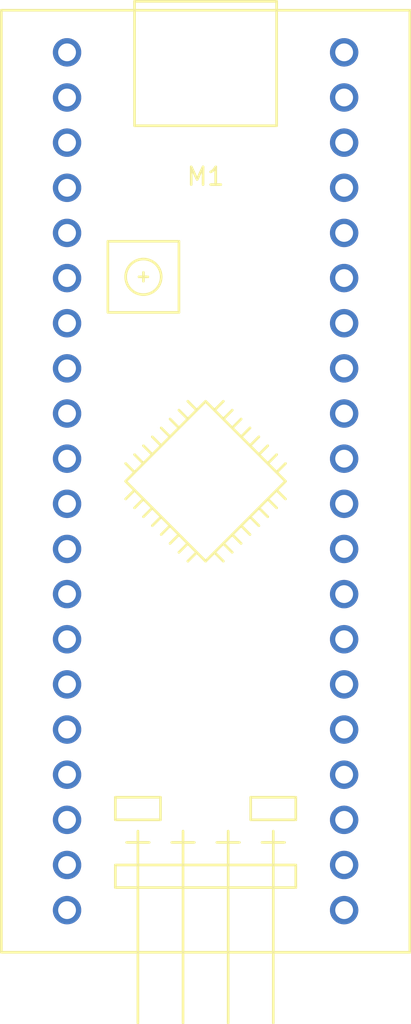
<source format=kicad_pcb>
(kicad_pcb (version 4) (host pcbnew 4.0.5+dfsg1-4)

  (general
    (links 0)
    (no_connects 0)
    (area 0 0 0 0)
    (thickness 1.6)
    (drawings 0)
    (tracks 0)
    (zones 0)
    (modules 1)
    (nets 41)
  )

  (page A4)
  (layers
    (0 F.Cu signal)
    (31 B.Cu signal)
    (32 B.Adhes user)
    (33 F.Adhes user)
    (34 B.Paste user)
    (35 F.Paste user)
    (36 B.SilkS user)
    (37 F.SilkS user)
    (38 B.Mask user)
    (39 F.Mask user)
    (40 Dwgs.User user)
    (41 Cmts.User user)
    (42 Eco1.User user)
    (43 Eco2.User user)
    (44 Edge.Cuts user)
    (45 Margin user)
    (46 B.CrtYd user)
    (47 F.CrtYd user)
    (48 B.Fab user)
    (49 F.Fab user)
  )

  (setup
    (last_trace_width 0.25)
    (trace_clearance 0.2)
    (zone_clearance 0.508)
    (zone_45_only no)
    (trace_min 0.2)
    (segment_width 0.2)
    (edge_width 0.15)
    (via_size 0.6)
    (via_drill 0.4)
    (via_min_size 0.4)
    (via_min_drill 0.3)
    (uvia_size 0.3)
    (uvia_drill 0.1)
    (uvias_allowed no)
    (uvia_min_size 0.2)
    (uvia_min_drill 0.1)
    (pcb_text_width 0.3)
    (pcb_text_size 1.5 1.5)
    (mod_edge_width 0.15)
    (mod_text_size 1 1)
    (mod_text_width 0.15)
    (pad_size 1.524 1.524)
    (pad_drill 0.762)
    (pad_to_mask_clearance 0.2)
    (aux_axis_origin 0 0)
    (visible_elements FFFFFF7F)
    (pcbplotparams
      (layerselection 0x00030_80000001)
      (usegerberextensions false)
      (excludeedgelayer true)
      (linewidth 0.100000)
      (plotframeref false)
      (viasonmask false)
      (mode 1)
      (useauxorigin false)
      (hpglpennumber 1)
      (hpglpenspeed 20)
      (hpglpendiameter 15)
      (hpglpenoverlay 2)
      (psnegative false)
      (psa4output false)
      (plotreference true)
      (plotvalue true)
      (plotinvisibletext false)
      (padsonsilk false)
      (subtractmaskfromsilk false)
      (outputformat 1)
      (mirror false)
      (drillshape 1)
      (scaleselection 1)
      (outputdirectory ""))
  )

  (net 0 "")
  (net 1 "Net-(M1-PadA15)")
  (net 2 "Net-(M1-PadA12)")
  (net 3 "Net-(M1-PadA11)")
  (net 4 "Net-(M1-PadA10)")
  (net 5 "Net-(M1-PadA9)")
  (net 6 "Net-(M1-PadA8)")
  (net 7 "Net-(M1-PadB15)")
  (net 8 "Net-(M1-PadB14)")
  (net 9 "Net-(M1-PadB13)")
  (net 10 "Net-(M1-PadB12)")
  (net 11 "Net-(M1-PadB3)")
  (net 12 "Net-(M1-PadB4)")
  (net 13 "Net-(M1-PadB5)")
  (net 14 "Net-(M1-PadB6)")
  (net 15 "Net-(M1-PadB7)")
  (net 16 "Net-(M1-PadB8)")
  (net 17 "Net-(M1-PadB9)")
  (net 18 "Net-(M1-Pad18)")
  (net 19 "Net-(M1-Pad19)")
  (net 20 "Net-(M1-Pad20)")
  (net 21 "Net-(M1-PadVB)")
  (net 22 "Net-(M1-PadC13)")
  (net 23 "Net-(M1-PadC14)")
  (net 24 "Net-(M1-PadC15)")
  (net 25 "Net-(M1-PadA0)")
  (net 26 "Net-(M1-PadA1)")
  (net 27 "Net-(M1-PadA2)")
  (net 28 "Net-(M1-PadA3)")
  (net 29 "Net-(M1-Pad39)")
  (net 30 "Net-(M1-Pad40)")
  (net 31 "Net-(M1-PadA4)")
  (net 32 "Net-(M1-PadA5)")
  (net 33 "Net-(M1-PadA6)")
  (net 34 "Net-(M1-PadA7)")
  (net 35 "Net-(M1-PadB0)")
  (net 36 "Net-(M1-PadB1)")
  (net 37 "Net-(M1-PadB10)")
  (net 38 "Net-(M1-PadB11)")
  (net 39 "Net-(M1-PadR)")
  (net 40 "Net-(M1-Pad38)")

  (net_class Default "Это класс цепей по умолчанию."
    (clearance 0.2)
    (trace_width 0.25)
    (via_dia 0.6)
    (via_drill 0.4)
    (uvia_dia 0.3)
    (uvia_drill 0.1)
    (add_net "Net-(M1-Pad18)")
    (add_net "Net-(M1-Pad19)")
    (add_net "Net-(M1-Pad20)")
    (add_net "Net-(M1-Pad38)")
    (add_net "Net-(M1-Pad39)")
    (add_net "Net-(M1-Pad40)")
    (add_net "Net-(M1-PadA0)")
    (add_net "Net-(M1-PadA1)")
    (add_net "Net-(M1-PadA10)")
    (add_net "Net-(M1-PadA11)")
    (add_net "Net-(M1-PadA12)")
    (add_net "Net-(M1-PadA15)")
    (add_net "Net-(M1-PadA2)")
    (add_net "Net-(M1-PadA3)")
    (add_net "Net-(M1-PadA4)")
    (add_net "Net-(M1-PadA5)")
    (add_net "Net-(M1-PadA6)")
    (add_net "Net-(M1-PadA7)")
    (add_net "Net-(M1-PadA8)")
    (add_net "Net-(M1-PadA9)")
    (add_net "Net-(M1-PadB0)")
    (add_net "Net-(M1-PadB1)")
    (add_net "Net-(M1-PadB10)")
    (add_net "Net-(M1-PadB11)")
    (add_net "Net-(M1-PadB12)")
    (add_net "Net-(M1-PadB13)")
    (add_net "Net-(M1-PadB14)")
    (add_net "Net-(M1-PadB15)")
    (add_net "Net-(M1-PadB3)")
    (add_net "Net-(M1-PadB4)")
    (add_net "Net-(M1-PadB5)")
    (add_net "Net-(M1-PadB6)")
    (add_net "Net-(M1-PadB7)")
    (add_net "Net-(M1-PadB8)")
    (add_net "Net-(M1-PadB9)")
    (add_net "Net-(M1-PadC13)")
    (add_net "Net-(M1-PadC14)")
    (add_net "Net-(M1-PadC15)")
    (add_net "Net-(M1-PadR)")
    (add_net "Net-(M1-PadVB)")
  )

  (module pcb:Maple_Mini (layer F.Cu) (tedit 5B1F0DD9) (tstamp 5B413C1A)
    (at 148.5011 105.0036)
    (path /5B41395A)
    (fp_text reference M1 (at 0 -17.145) (layer F.SilkS)
      (effects (font (size 1 1) (thickness 0.15)))
    )
    (fp_text value stm32f103c8t6 (at 0 15.24) (layer F.Fab)
      (effects (font (size 1 1) (thickness 0.15)))
    )
    (fp_line (start -5.08 17.78) (end -2.54 17.78) (layer F.SilkS) (width 0.15))
    (fp_line (start -2.54 17.78) (end -2.54 19.05) (layer F.SilkS) (width 0.15))
    (fp_line (start -2.54 19.05) (end -5.08 19.05) (layer F.SilkS) (width 0.15))
    (fp_line (start -5.08 19.05) (end -5.08 17.78) (layer F.SilkS) (width 0.15))
    (fp_line (start 2.54 17.78) (end 5.08 17.78) (layer F.SilkS) (width 0.15))
    (fp_line (start 5.08 17.78) (end 5.08 19.05) (layer F.SilkS) (width 0.15))
    (fp_line (start 5.08 19.05) (end 2.54 19.05) (layer F.SilkS) (width 0.15))
    (fp_line (start 2.54 19.05) (end 2.54 17.78) (layer F.SilkS) (width 0.15))
    (fp_line (start -3.75 -11.5) (end -3.25 -11.5) (layer F.SilkS) (width 0.15))
    (fp_line (start -3.5 -11.75) (end -3.5 -11.25) (layer F.SilkS) (width 0.15))
    (fp_circle (center -3.5 -11.5) (end -2.5 -11.5) (layer F.SilkS) (width 0.15))
    (fp_line (start -5.5 -13.5) (end -1.5 -13.5) (layer F.SilkS) (width 0.15))
    (fp_line (start -1.5 -13.5) (end -1.5 -9.5) (layer F.SilkS) (width 0.15))
    (fp_line (start -1.5 -9.5) (end -5.5 -9.5) (layer F.SilkS) (width 0.15))
    (fp_line (start -5.5 -9.5) (end -5.5 -13.5) (layer F.SilkS) (width 0.15))
    (fp_line (start 4 0.5) (end 4.5 1) (layer F.SilkS) (width 0.15))
    (fp_line (start 3.5 1) (end 4 1.5) (layer F.SilkS) (width 0.15))
    (fp_line (start 3 1.5) (end 3.5 2) (layer F.SilkS) (width 0.15))
    (fp_line (start 2.5 2) (end 3 2.5) (layer F.SilkS) (width 0.15))
    (fp_line (start 2 2.5) (end 2.5 3) (layer F.SilkS) (width 0.15))
    (fp_line (start 1.5 3) (end 2 3.5) (layer F.SilkS) (width 0.15))
    (fp_line (start 1 3.5) (end 1.5 4) (layer F.SilkS) (width 0.15))
    (fp_line (start 0.5 4) (end 1 4.5) (layer F.SilkS) (width 0.15))
    (fp_line (start -0.5 4) (end -1 4.5) (layer F.SilkS) (width 0.15))
    (fp_line (start -1 3.5) (end -1.5 4) (layer F.SilkS) (width 0.15))
    (fp_line (start -1.5 3) (end -2 3.5) (layer F.SilkS) (width 0.15))
    (fp_line (start -2 2.5) (end -2.5 3) (layer F.SilkS) (width 0.15))
    (fp_line (start -2.5 2) (end -3 2.5) (layer F.SilkS) (width 0.15))
    (fp_line (start -3 1.5) (end -3.5 2) (layer F.SilkS) (width 0.15))
    (fp_line (start -3.5 1) (end -4 1.5) (layer F.SilkS) (width 0.15))
    (fp_line (start -4 0.5) (end -4.5 1) (layer F.SilkS) (width 0.15))
    (fp_line (start -4 -0.5) (end -4.5 -1) (layer F.SilkS) (width 0.15))
    (fp_line (start -3.5 -1) (end -4 -1.5) (layer F.SilkS) (width 0.15))
    (fp_line (start -3 -1.5) (end -3.5 -2) (layer F.SilkS) (width 0.15))
    (fp_line (start -2.5 -2) (end -3 -2.5) (layer F.SilkS) (width 0.15))
    (fp_line (start -2 -2.5) (end -2.5 -3) (layer F.SilkS) (width 0.15))
    (fp_line (start -1.5 -3) (end -2 -3.5) (layer F.SilkS) (width 0.15))
    (fp_line (start -1 -3.5) (end -1.5 -4) (layer F.SilkS) (width 0.15))
    (fp_line (start -0.5 -4) (end -1 -4.5) (layer F.SilkS) (width 0.15))
    (fp_line (start 4 -0.5) (end 4.5 -1) (layer F.SilkS) (width 0.15))
    (fp_line (start 3.5 -1) (end 4 -1.5) (layer F.SilkS) (width 0.15))
    (fp_line (start 3 -1.5) (end 3.5 -2) (layer F.SilkS) (width 0.15))
    (fp_line (start 2.5 -2) (end 3 -2.5) (layer F.SilkS) (width 0.15))
    (fp_line (start 2 -2.5) (end 2.5 -3) (layer F.SilkS) (width 0.15))
    (fp_line (start 1.5 -3) (end 2 -3.5) (layer F.SilkS) (width 0.15))
    (fp_line (start 1 -3.5) (end 1.5 -4) (layer F.SilkS) (width 0.15))
    (fp_line (start 0.5 -4) (end 1 -4.5) (layer F.SilkS) (width 0.15))
    (fp_line (start -4.5 0) (end 0 -4.5) (layer F.SilkS) (width 0.15))
    (fp_line (start 0 -4.5) (end 4.5 0) (layer F.SilkS) (width 0.15))
    (fp_line (start 4.5 0) (end 0 4.5) (layer F.SilkS) (width 0.15))
    (fp_line (start 0 4.5) (end -4.5 0) (layer F.SilkS) (width 0.15))
    (fp_line (start -3.81 30.48) (end -3.81 20.955) (layer F.SilkS) (width 0.15))
    (fp_line (start -1.27 30.48) (end -1.27 20.955) (layer F.SilkS) (width 0.15))
    (fp_line (start 3.81 30.48) (end 3.81 20.955) (layer F.SilkS) (width 0.15))
    (fp_line (start 1.27 30.48) (end 1.27 20.955) (layer F.SilkS) (width 0.15))
    (fp_line (start -5.08 21.59) (end -5.08 22.86) (layer F.SilkS) (width 0.15))
    (fp_line (start -5.08 22.86) (end 5.08 22.86) (layer F.SilkS) (width 0.15))
    (fp_line (start 5.08 22.86) (end 5.08 21.59) (layer F.SilkS) (width 0.15))
    (fp_line (start 5.08 21.59) (end -5.08 21.59) (layer F.SilkS) (width 0.15))
    (fp_line (start 3.81 19.685) (end 3.81 20.955) (layer F.SilkS) (width 0.15))
    (fp_line (start 3.175 20.32) (end 4.445 20.32) (layer F.SilkS) (width 0.15))
    (fp_line (start 0.635 20.32) (end 1.905 20.32) (layer F.SilkS) (width 0.15))
    (fp_line (start 1.27 19.685) (end 1.27 20.955) (layer F.SilkS) (width 0.15))
    (fp_line (start -4.445 20.32) (end -3.175 20.32) (layer F.SilkS) (width 0.15))
    (fp_line (start -3.81 19.685) (end -3.81 20.955) (layer F.SilkS) (width 0.15))
    (fp_line (start -1.905 20.32) (end -0.635 20.32) (layer F.SilkS) (width 0.15))
    (fp_line (start -1.27 19.685) (end -1.27 20.955) (layer F.SilkS) (width 0.15))
    (fp_line (start -4 -27) (end -4 -20) (layer F.SilkS) (width 0.15))
    (fp_line (start -4 -20) (end 4 -20) (layer F.SilkS) (width 0.15))
    (fp_line (start 4 -20) (end 4 -27) (layer F.SilkS) (width 0.15))
    (fp_line (start 4 -27) (end -4 -27) (layer F.SilkS) (width 0.15))
    (fp_line (start 11.5 -26.5) (end -11.5 -26.5) (layer F.SilkS) (width 0.15))
    (fp_line (start -11.5 -26.5) (end -11.5 26.5) (layer F.SilkS) (width 0.15))
    (fp_line (start -11.5 26.5) (end 11.5 26.5) (layer F.SilkS) (width 0.15))
    (fp_line (start 11.5 26.5) (end 11.5 -26.5) (layer F.SilkS) (width 0.15))
    (pad A15 thru_hole circle (at -7.8 -1.27) (size 1.6 1.6) (drill 1) (layers *.Cu *.Mask)
      (net 1 "Net-(M1-PadA15)"))
    (pad A12 thru_hole circle (at -7.8 -3.81) (size 1.6 1.6) (drill 1) (layers *.Cu *.Mask)
      (net 2 "Net-(M1-PadA12)"))
    (pad A11 thru_hole circle (at -7.8 -6.35) (size 1.6 1.6) (drill 1) (layers *.Cu *.Mask)
      (net 3 "Net-(M1-PadA11)"))
    (pad A10 thru_hole circle (at -7.8 -8.89) (size 1.6 1.6) (drill 1) (layers *.Cu *.Mask)
      (net 4 "Net-(M1-PadA10)"))
    (pad A9 thru_hole circle (at -7.8 -11.43) (size 1.6 1.6) (drill 1) (layers *.Cu *.Mask)
      (net 5 "Net-(M1-PadA9)"))
    (pad A8 thru_hole circle (at -7.8 -13.97) (size 1.6 1.6) (drill 1) (layers *.Cu *.Mask)
      (net 6 "Net-(M1-PadA8)"))
    (pad B15 thru_hole circle (at -7.8 -16.51) (size 1.6 1.6) (drill 1) (layers *.Cu *.Mask)
      (net 7 "Net-(M1-PadB15)"))
    (pad B14 thru_hole circle (at -7.8 -19.05) (size 1.6 1.6) (drill 1) (layers *.Cu *.Mask)
      (net 8 "Net-(M1-PadB14)"))
    (pad B13 thru_hole circle (at -7.8 -21.59) (size 1.6 1.6) (drill 1) (layers *.Cu *.Mask)
      (net 9 "Net-(M1-PadB13)"))
    (pad B12 thru_hole circle (at -7.8 -24.13) (size 1.6 1.6) (drill 1) (layers *.Cu *.Mask)
      (net 10 "Net-(M1-PadB12)"))
    (pad B3 thru_hole circle (at -7.8 1.27) (size 1.6 1.6) (drill 1) (layers *.Cu *.Mask)
      (net 11 "Net-(M1-PadB3)"))
    (pad B4 thru_hole circle (at -7.8 3.81) (size 1.6 1.6) (drill 1) (layers *.Cu *.Mask)
      (net 12 "Net-(M1-PadB4)"))
    (pad B5 thru_hole circle (at -7.8 6.35) (size 1.6 1.6) (drill 1) (layers *.Cu *.Mask)
      (net 13 "Net-(M1-PadB5)"))
    (pad B6 thru_hole circle (at -7.8 8.89) (size 1.6 1.6) (drill 1) (layers *.Cu *.Mask)
      (net 14 "Net-(M1-PadB6)"))
    (pad B7 thru_hole circle (at -7.8 11.43) (size 1.6 1.6) (drill 1) (layers *.Cu *.Mask)
      (net 15 "Net-(M1-PadB7)"))
    (pad B8 thru_hole circle (at -7.8 13.97) (size 1.6 1.6) (drill 1) (layers *.Cu *.Mask)
      (net 16 "Net-(M1-PadB8)"))
    (pad B9 thru_hole circle (at -7.8 16.51) (size 1.6 1.6) (drill 1) (layers *.Cu *.Mask)
      (net 17 "Net-(M1-PadB9)"))
    (pad 18 thru_hole circle (at -7.8 19.05) (size 1.6 1.6) (drill 1) (layers *.Cu *.Mask)
      (net 18 "Net-(M1-Pad18)"))
    (pad 19 thru_hole circle (at -7.8 21.59) (size 1.6 1.6) (drill 1) (layers *.Cu *.Mask)
      (net 19 "Net-(M1-Pad19)"))
    (pad 20 thru_hole circle (at -7.8 24.13) (size 1.6 1.6) (drill 1) (layers *.Cu *.Mask)
      (net 20 "Net-(M1-Pad20)"))
    (pad VB thru_hole circle (at 7.8 24.13) (size 1.6 1.6) (drill 1) (layers *.Cu *.Mask)
      (net 21 "Net-(M1-PadVB)"))
    (pad C13 thru_hole circle (at 7.8 21.59) (size 1.6 1.6) (drill 1) (layers *.Cu *.Mask)
      (net 22 "Net-(M1-PadC13)"))
    (pad C14 thru_hole circle (at 7.8 19.05) (size 1.6 1.6) (drill 1) (layers *.Cu *.Mask)
      (net 23 "Net-(M1-PadC14)"))
    (pad C15 thru_hole circle (at 7.8 16.51) (size 1.6 1.6) (drill 1) (layers *.Cu *.Mask)
      (net 24 "Net-(M1-PadC15)"))
    (pad A0 thru_hole circle (at 7.8 13.97) (size 1.6 1.6) (drill 1) (layers *.Cu *.Mask)
      (net 25 "Net-(M1-PadA0)"))
    (pad A1 thru_hole circle (at 7.8 11.43) (size 1.6 1.6) (drill 1) (layers *.Cu *.Mask)
      (net 26 "Net-(M1-PadA1)"))
    (pad A2 thru_hole circle (at 7.8 8.89) (size 1.6 1.6) (drill 1) (layers *.Cu *.Mask)
      (net 27 "Net-(M1-PadA2)"))
    (pad A3 thru_hole circle (at 7.8 6.35) (size 1.6 1.6) (drill 1) (layers *.Cu *.Mask)
      (net 28 "Net-(M1-PadA3)"))
    (pad 39 thru_hole circle (at 7.8 -21.59) (size 1.6 1.6) (drill 1) (layers *.Cu *.Mask)
      (net 29 "Net-(M1-Pad39)"))
    (pad 40 thru_hole circle (at 7.8 -24.13) (size 1.6 1.6) (drill 1) (layers *.Cu *.Mask)
      (net 30 "Net-(M1-Pad40)"))
    (pad A4 thru_hole circle (at 7.8 3.81) (size 1.6 1.6) (drill 1) (layers *.Cu *.Mask)
      (net 31 "Net-(M1-PadA4)"))
    (pad A5 thru_hole circle (at 7.8 1.27) (size 1.6 1.6) (drill 1) (layers *.Cu *.Mask)
      (net 32 "Net-(M1-PadA5)"))
    (pad A6 thru_hole circle (at 7.8 -1.27) (size 1.6 1.6) (drill 1) (layers *.Cu *.Mask)
      (net 33 "Net-(M1-PadA6)"))
    (pad A7 thru_hole circle (at 7.8 -3.81) (size 1.6 1.6) (drill 1) (layers *.Cu *.Mask)
      (net 34 "Net-(M1-PadA7)"))
    (pad B0 thru_hole circle (at 7.8 -6.35) (size 1.6 1.6) (drill 1) (layers *.Cu *.Mask)
      (net 35 "Net-(M1-PadB0)"))
    (pad B1 thru_hole circle (at 7.8 -8.89) (size 1.6 1.6) (drill 1) (layers *.Cu *.Mask)
      (net 36 "Net-(M1-PadB1)"))
    (pad B10 thru_hole circle (at 7.8 -11.43) (size 1.6 1.6) (drill 1) (layers *.Cu *.Mask)
      (net 37 "Net-(M1-PadB10)"))
    (pad B11 thru_hole circle (at 7.8 -13.97) (size 1.6 1.6) (drill 1) (layers *.Cu *.Mask)
      (net 38 "Net-(M1-PadB11)"))
    (pad R thru_hole circle (at 7.8 -16.51) (size 1.6 1.6) (drill 1) (layers *.Cu *.Mask)
      (net 39 "Net-(M1-PadR)"))
    (pad 38 thru_hole circle (at 7.8 -19.05) (size 1.6 1.6) (drill 1) (layers *.Cu *.Mask)
      (net 40 "Net-(M1-Pad38)"))
  )

)

</source>
